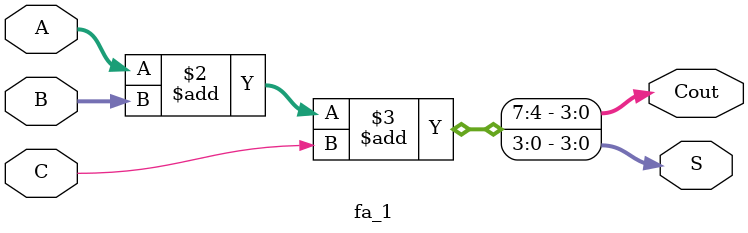
<source format=v>
module fa_1(A, B, C, S, Cout);
  input [3:0] A;input [3:0] B;input C;
  output [3:0] S, Cout;

  reg S;reg Cout;

  always @(A or B or C)
  begin
    {Cout, S} = A + B + C;
  end
endmodule

</source>
